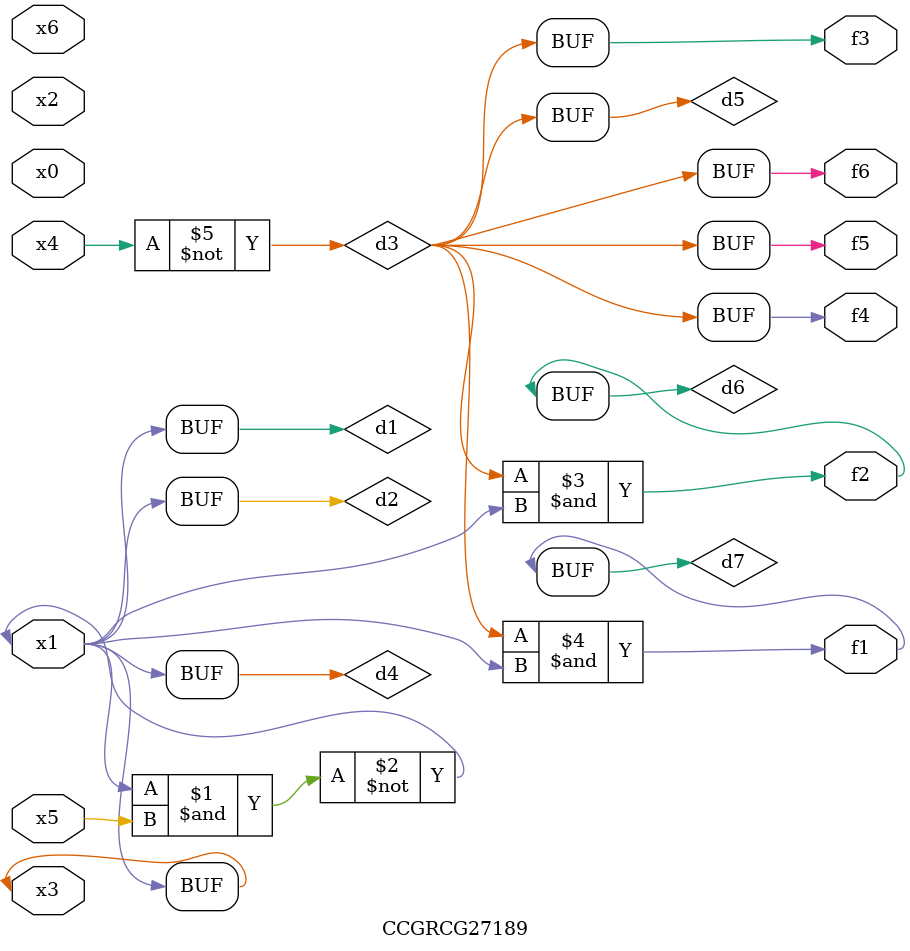
<source format=v>
module CCGRCG27189(
	input x0, x1, x2, x3, x4, x5, x6,
	output f1, f2, f3, f4, f5, f6
);

	wire d1, d2, d3, d4, d5, d6, d7;

	buf (d1, x1, x3);
	nand (d2, x1, x5);
	not (d3, x4);
	buf (d4, d1, d2);
	buf (d5, d3);
	and (d6, d3, d4);
	and (d7, d3, d4);
	assign f1 = d7;
	assign f2 = d6;
	assign f3 = d5;
	assign f4 = d5;
	assign f5 = d5;
	assign f6 = d5;
endmodule

</source>
